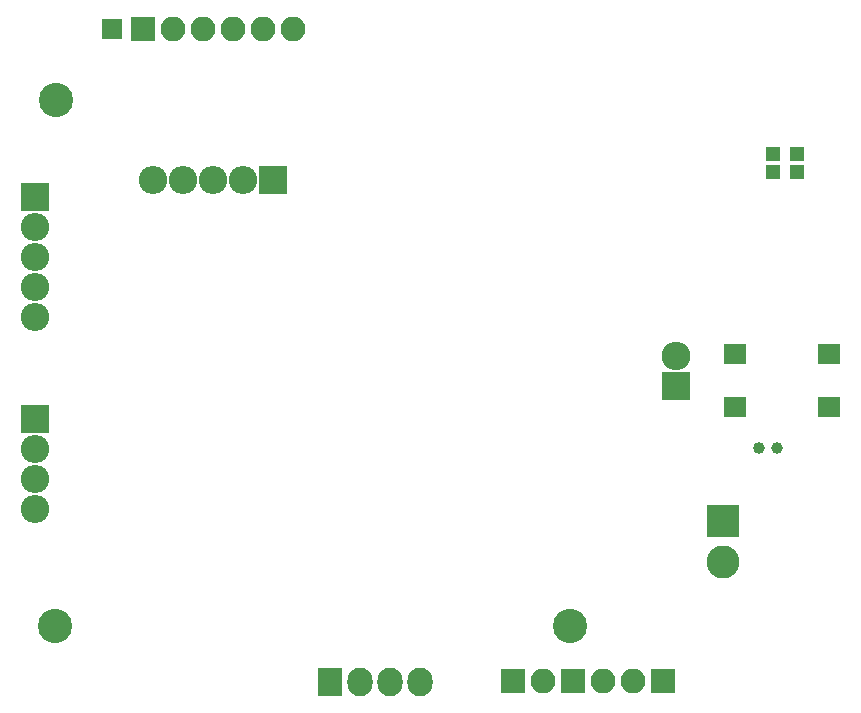
<source format=gbs>
G04 #@! TF.FileFunction,Soldermask,Bot*
%FSLAX46Y46*%
G04 Gerber Fmt 4.6, Leading zero omitted, Abs format (unit mm)*
G04 Created by KiCad (PCBNEW 4.0.7) date 2018 October 22, Monday 01:25:24*
%MOMM*%
%LPD*%
G01*
G04 APERTURE LIST*
%ADD10C,0.050000*%
%ADD11C,2.900000*%
%ADD12R,1.289000X1.162000*%
%ADD13C,2.800000*%
%ADD14R,2.800000X2.800000*%
%ADD15R,2.432000X2.432000*%
%ADD16O,2.432000X2.432000*%
%ADD17R,2.100000X2.100000*%
%ADD18O,2.100000X2.100000*%
%ADD19R,1.950000X1.700000*%
%ADD20O,2.398980X2.398980*%
%ADD21R,2.398980X2.398980*%
%ADD22C,1.004800*%
%ADD23C,1.009600*%
%ADD24R,2.127200X2.432000*%
%ADD25O,2.127200X2.432000*%
%ADD26R,1.750000X1.750000*%
G04 APERTURE END LIST*
D10*
D11*
X10190000Y5000000D03*
X53750000Y5000000D03*
D12*
X72990000Y44917000D03*
X72990000Y43393000D03*
X70990000Y44917000D03*
X70990000Y43393000D03*
D13*
X66690000Y10355000D03*
D14*
X66690000Y13855000D03*
D15*
X62750000Y25250000D03*
D16*
X62750000Y27790000D03*
D17*
X61600000Y330000D03*
D18*
X59060000Y330000D03*
D17*
X48900000Y330000D03*
D18*
X51440000Y330000D03*
D19*
X67760000Y23505000D03*
X75710000Y23505000D03*
X67760000Y28005000D03*
X75710000Y28005000D03*
D17*
X53980000Y330000D03*
D18*
X56520000Y330000D03*
D11*
X10250000Y49500000D03*
D20*
X20960000Y42760000D03*
D21*
X28580000Y42760000D03*
D20*
X26040000Y42760000D03*
X23500000Y42760000D03*
X18420000Y42760000D03*
X8480000Y14880000D03*
D21*
X8480000Y22500000D03*
D20*
X8480000Y19960000D03*
X8480000Y17420000D03*
X8440000Y33680000D03*
D21*
X8440000Y41300000D03*
D20*
X8440000Y38760000D03*
X8440000Y36220000D03*
X8440000Y31140000D03*
D17*
X17610000Y55500000D03*
D18*
X20150000Y55500000D03*
X22690000Y55500000D03*
X25230000Y55500000D03*
X27770000Y55500000D03*
X30310000Y55500000D03*
D22*
X71250000Y20000000D03*
D23*
X69750000Y20000000D03*
D24*
X33420000Y250000D03*
D25*
X35960000Y250000D03*
X38500000Y250000D03*
X41040000Y250000D03*
D26*
X15000000Y55500000D03*
M02*

</source>
